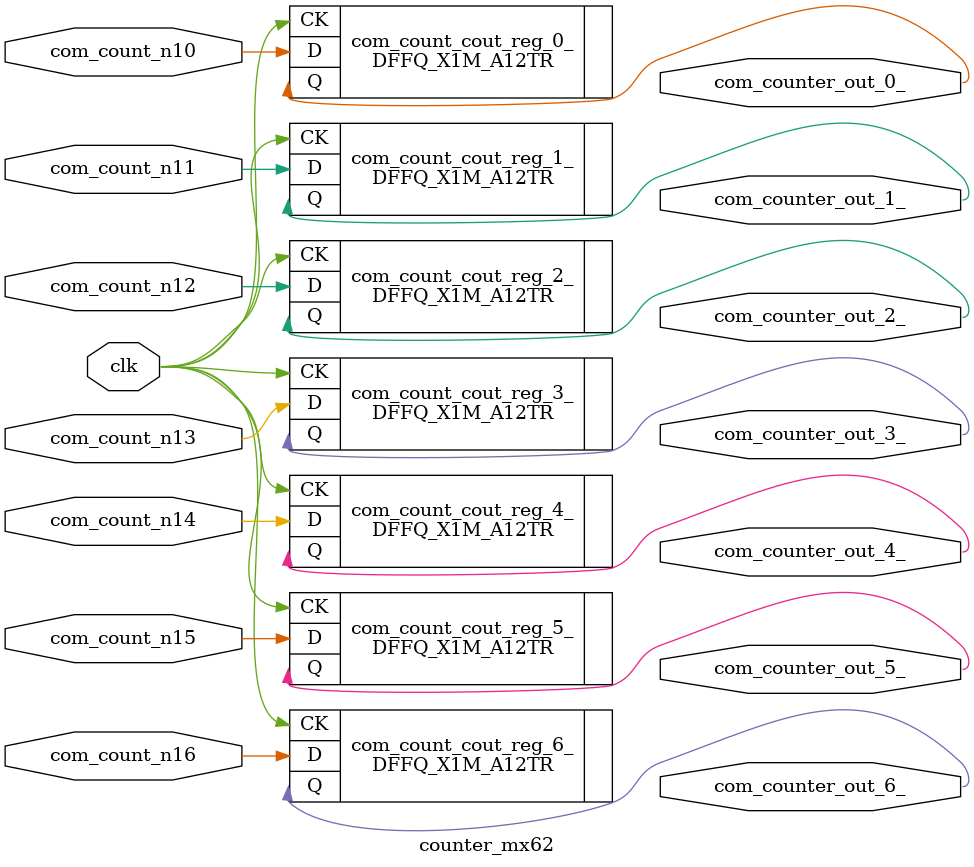
<source format=v>
module mux21_ao22_mx0 
(
  com_counter_out_2_, 
  n306, 
  n353, 
  n354, 
  n387, 
  n388, 
  com_n48,
  com_n58
);
  input com_counter_out_2_;
  input n306;
  input n353;
  input n354;
  input n387;
  input n388;
  output com_n48;
  output com_n58;
  wire n355;
  wire n356;
  wire n389;
  wire n392;

  // moduleNum: x0
  // type: mux21_ao22
  // conflicting modules: 
  // number of bit inputs: 6
  // number of bit outputs: 0
  // number of word inputs: 0
  // number of word outputs: 1
  // number of internal gates: 6
  // number of non-inferred gates: 0
  // ILP vars: 15/17
  // type: INFERRED
  // marked bad? no
  // output word of size 2 : index:4 com_n58 com_n48 
  // group: sel; nodes: [ com_counter_out[2] n306 ]

  NAND2_X0P5A_A12TR U490 (.A(n306), .B(n353), .Y(n356));
  NAND2_X0P5A_A12TR U506 (.A(n356), .B(n355), .Y(com_n48));
  NAND2_X0P5A_A12TR U507 (.A(n354), .B(com_counter_out_2_), .Y(n355));
  NAND2_X0P5A_A12TR U576 (.A(n306), .B(n387), .Y(n392));
  NAND2_X0P5A_A12TR U612 (.A(n392), .B(n389), .Y(com_n58));
  NAND2_X0P5A_A12TR U613 (.A(n388), .B(com_counter_out_2_), .Y(n389));
endmodule
module mux21_ao22_mx1 
(
  n106, 
  n111, 
  n297, 
  n298, 
  n299, 
  n315, 
  n50, 
  n73, 
  main_DFF_0_n4,
  main_DFF_1_n4,
  main_DFF_2_n4
);
  input n106;
  input n111;
  input n297;
  input n298;
  input n299;
  input n315;
  input n50;
  input n73;
  output main_DFF_0_n4;
  output main_DFF_1_n4;
  output main_DFF_2_n4;
  wire n103;
  wire n104;
  wire n107;
  wire n108;
  wire n109;
  wire n110;

  // moduleNum: x1
  // type: mux21_ao22
  // conflicting modules: 
  // number of bit inputs: 8
  // number of bit outputs: 0
  // number of word inputs: 0
  // number of word outputs: 1
  // number of internal gates: 9
  // number of non-inferred gates: 0
  // ILP vars: 28/31
  // type: INFERRED
  // marked bad? no
  // output word of size 3 : index:8 main_DFF_2_n4 main_DFF_1_n4 main_DFF_0_n4 
  // group: sel; nodes: [ n73 n106 ]

  NAND2_X0P5A_A12TR U384 (.A(n103), .B(n104), .Y(main_DFF_2_n4));
  NAND2_X0P5A_A12TR U385 (.A(n106), .B(n297), .Y(n103));
  NAND2_X0P5A_A12TR U386 (.A(n50), .B(n73), .Y(n104));
  NAND2_X0P5A_A12TR U391 (.A(n109), .B(n110), .Y(main_DFF_0_n4));
  NAND2_X0P5A_A12TR U392 (.A(n106), .B(n298), .Y(n109));
  NAND2_X0P5A_A12TR U393 (.A(n111), .B(n73), .Y(n110));
  NAND2_X0P5A_A12TR U395 (.A(n107), .B(n108), .Y(main_DFF_1_n4));
  NAND2_X0P5A_A12TR U396 (.A(n106), .B(n299), .Y(n108));
  NAND2_X0P5A_A12TR U397 (.A(n73), .B(n315), .Y(n107));
endmodule
module mux31_ao222_mx2 
(
  n102, 
  n227, 
  n284, 
  n292, 
  n314, 
  n334, 
  n41, 
  n42, 
  n27,
  n80
);
  input n102;
  input n227;
  input n284;
  input n292;
  input n314;
  input n334;
  input n41;
  input n42;
  output n27;
  output n80;
  wire n101;
  wire n17;
  wire n233;
  wire n234;
  wire n313;
  wire n40;

  // moduleNum: x2
  // type: mux31_ao222
  // conflicting modules: 
  // number of bit inputs: 8
  // number of bit outputs: 0
  // number of word inputs: 0
  // number of word outputs: 1
  // number of internal gates: 8
  // number of non-inferred gates: 0
  // ILP vars: 44/46
  // type: INFERRED
  // marked bad? no
  // output word of size 2 : index:-1 n27 n80 
  // group: sel; nodes: [ n292 n284 n227 ]

  INV_X0P5B_A12TR U281 (.A(n17), .Y(n313));
  NAND2_X0P5A_A12TR U289 (.A(n233), .B(n234), .Y(n17));
  NAND2_X0P5A_A12TR U290 (.A(n227), .B(n314), .Y(n234));
  NAND2_X0P5A_A12TR U291 (.A(n284), .B(n292), .Y(n233));
  NAND2_X0P5A_A12TR U328 (.A(n313), .B(n101), .Y(n80));
  NAND2_X0P5A_A12TR U329 (.A(n102), .B(n334), .Y(n101));
  NAND2_X0P5A_A12TR U446 (.A(n313), .B(n40), .Y(n27));
  NAND2_X0P5A_A12TR U447 (.A(n41), .B(n42), .Y(n40));
endmodule
module mux21i_aoi221_mx3 
(
  n123, 
  n147, 
  n158, 
  n170, 
  n182, 
  n185, 
  n320, 
  n331, 
  n156,
  n181
);
  input n123;
  input n147;
  input n158;
  input n170;
  input n182;
  input n185;
  input n320;
  input n331;
  output n156;
  output n181;
  wire n157;
  wire n168;
  wire n169;
  wire n183;
  wire n184;

  // moduleNum: x3
  // type: mux21i_aoi221
  // conflicting modules: 
  // number of bit inputs: 8
  // number of bit outputs: 0
  // number of word inputs: 0
  // number of word outputs: 1
  // number of internal gates: 7
  // number of non-inferred gates: 0
  // ILP vars: 133/135
  // type: INFERRED
  // marked bad? no
  // output word of size 2 : index:18 n156 n181 
  // group: sel; nodes: [ n185 n147 ]

  NAND2_X0P5A_A12TR U318 (.A(n185), .B(n147), .Y(n169));
  NOR2_X0P5A_A12TR U400 (.A(n157), .B(n158), .Y(n156));
  NAND2_X0P5A_A12TR U511 (.A(n168), .B(n169), .Y(n157));
  NAND2_X0P5A_A12TR U512 (.A(n170), .B(n123), .Y(n168));
  NOR2_X0P5A_A12TR U545 (.A(n182), .B(n183), .Y(n181));
  NAND2_X0P5A_A12TR U546 (.A(n184), .B(n169), .Y(n183));
  NAND2_X0P5A_A12TR U547 (.A(n320), .B(n331), .Y(n184));
endmodule
module mux21i_aoi221_mx4 
(
  n148, 
  n154, 
  n182, 
  n200, 
  n219, 
  n320, 
  n326, 
  n330, 
  n189,
  n198
);
  input n148;
  input n154;
  input n182;
  input n200;
  input n219;
  input n320;
  input n326;
  input n330;
  output n189;
  output n198;
  wire n140;
  wire n194;
  wire n195;
  wire n199;
  wire n218;

  // moduleNum: x4
  // type: mux21i_aoi221
  // conflicting modules: 
  // number of bit inputs: 8
  // number of bit outputs: 0
  // number of word inputs: 0
  // number of word outputs: 1
  // number of internal gates: 7
  // number of non-inferred gates: 0
  // ILP vars: 148/151
  // type: INFERRED
  // marked bad? no
  // output word of size 2 : index:123 n198 n189 
  // group: sel; nodes: [ n330 n219 ]

  NAND2_X0P5A_A12TR U284 (.A(n320), .B(n148), .Y(n218));
  NAND2_X0P5A_A12TR U299 (.A(n194), .B(n195), .Y(n140));
  NAND2_X0P5A_A12TR U300 (.A(n154), .B(n326), .Y(n195));
  NAND2_X0P5A_A12TR U509 (.A(n219), .B(n330), .Y(n194));
  NOR2_X0P5A_A12TR U543 (.A(n140), .B(n182), .Y(n189));
  NOR2_X0P5A_A12TR U549 (.A(n199), .B(n200), .Y(n198));
  NAND2_X0P5A_A12TR U550 (.A(n218), .B(n194), .Y(n199));
endmodule
module reg_mx5 
(
  clk, 
  n46, 
  n47, 
  n51, 
  n55, 
  n66, 
  n297,
  n298,
  n299
);
  input clk;
  input n46;
  input n47;
  input n51;
  input n55;
  input n66;
  output n297;
  output n298;
  output n299;
  wire n280;
  wire n281;
  wire n282;
  wire n44;
  wire n45;
  wire n53;
  wire n54;
  wire n64;
  wire n65;

  // moduleNum: x5
  // type: reg
  // conflicting modules: 
  // number of bit inputs: 6
  // number of bit outputs: 3
  // number of word inputs: 0
  // number of word outputs: 0
  // number of internal gates: 15
  // number of non-inferred gates: 0
  // ILP vars: 170/173
  // type: INFERRED
  // marked bad? no
  // group: aux; nodes: [ clk ]
  // group: sel; nodes: [ n51 n46 ]

  DFFQ_X1M_A12TR main_DFF_1_restored_bit_reg (.CK(clk), .Q(n299), .D(n282));
  DFFQ_X1M_A12TR main_DFF_0_restored_bit_reg (.CK(clk), .Q(n298), .D(n281));
  DFFQ_X1M_A12TR main_DFF_2_restored_bit_reg (.CK(clk), .Q(n297), .D(n280));
  NAND2_X0P5A_A12TR U357 (.A(n53), .B(n54), .Y(n281));
  NAND2_X0P5A_A12TR U358 (.A(n51), .B(n298), .Y(n53));
  NAND2_X0P5A_A12TR U359 (.A(n46), .B(n55), .Y(n54));
  NAND2_X0P5A_A12TR U361 (.A(n64), .B(n65), .Y(n282));
  NAND2_X0P5A_A12TR U362 (.A(n51), .B(n299), .Y(n64));
  NAND2_X0P5A_A12TR U363 (.A(n46), .B(n66), .Y(n65));
  NAND2_X0P5A_A12TR U380 (.A(n44), .B(n45), .Y(n280));
  NAND2_X0P5A_A12TR U381 (.A(n51), .B(n297), .Y(n44));
  NAND2_X0P5A_A12TR U382 (.A(n46), .B(n47), .Y(n45));
endmodule
module reg_mx6 
(
  clk, 
  com_n61, 
  com_n62, 
  n79, 
  n80, 
  com_buffer_lfsr_5_,
  com_buffer_lfsr_6_
);
  input clk;
  input com_n61;
  input com_n62;
  input n79;
  input n80;
  output com_buffer_lfsr_5_;
  output com_buffer_lfsr_6_;
  wire n283;
  wire n286;
  wire n77;
  wire n78;
  wire n97;
  wire n98;

  // moduleNum: x6
  // type: reg
  // conflicting modules: 
  // number of bit inputs: 5
  // number of bit outputs: 2
  // number of word inputs: 0
  // number of word outputs: 0
  // number of internal gates: 10
  // number of non-inferred gates: 0
  // ILP vars: 174/176
  // type: INFERRED
  // marked bad? no
  // group: aux; nodes: [ clk ]
  // group: sel; nodes: [ n80 n79 ]

  DFFQ_X1M_A12TR com_buffer_lfsr_reg_6_ (.CK(clk), .Q(com_buffer_lfsr_6_), .D(n286));
  DFFQ_X1M_A12TR com_buffer_lfsr_reg_5_ (.CK(clk), .Q(com_buffer_lfsr_5_), .D(n283));
  NAND2_X0P5A_A12TR U533 (.A(n97), .B(n98), .Y(n286));
  NAND2_X0P5A_A12TR U534 (.A(n79), .B(com_n62), .Y(n98));
  NAND2_X0P5A_A12TR U535 (.A(n80), .B(com_buffer_lfsr_6_), .Y(n97));
  NAND2_X0P5A_A12TR U555 (.A(n77), .B(n78), .Y(n283));
  NAND2_X0P5A_A12TR U556 (.A(n79), .B(com_n61), .Y(n78));
  NAND2_X0P5A_A12TR U557 (.A(n80), .B(com_buffer_lfsr_5_), .Y(n77));
endmodule
module decoder24_mx7 
(
  com_n52, 
  n301, 
  n382,
  n385
);
  input com_n52;
  input n301;
  output n382;
  output n385;

  // moduleNum: x7
  // type: decoder24
  // conflicting modules: 
  // number of bit inputs: 2
  // number of bit outputs: 2
  // number of word inputs: 0
  // number of word outputs: 0
  // number of internal gates: 2
  // number of non-inferred gates: 0
  // ILP vars: 198/198
  // type: INFERRED
  // marked bad? no
  // group: sel; nodes: [ n301 com_n52 ]

  OR2_X0P5M_A12TR U371 (.A(n301), .B(com_n52), .Y(n382));
  NAND2_X0P5A_A12TR U461 (.A(com_n52), .B(n301), .Y(n385));
endmodule
module decoder24_mx8 
(
  n292, 
  n296, 
  n100,
  n19,
  n227,
  n333,
  n41
);
  input n292;
  input n296;
  output n100;
  output n19;
  output n227;
  output n333;
  output n41;
  wire n274;
  wire n275;

  // moduleNum: x8
  // type: decoder24
  // conflicting modules: 
  // number of bit inputs: 2
  // number of bit outputs: 5
  // number of word inputs: 0
  // number of word outputs: 0
  // number of internal gates: 7
  // number of non-inferred gates: 0
  // ILP vars: 224/230
  // type: INFERRED
  // marked bad? no
  // group: sel; nodes: [ n292 n296 ]

  INV_X0P5B_A12TR U281 (.A(n292), .Y(n274));
  INV_X0P5B_A12TR U281 (.A(n296), .Y(n275));
  NOR2_X0P5A_A12TR U421 (.A(n292), .B(n333), .Y(n19));
  INV_X0P5B_A12TR U424 (.A(n41), .Y(n333));
  NAND2_X0P5A_A12TR U575 (.A(n274), .B(n296), .Y(n100));
  NAND2_X0P5A_A12TR U583 (.A(n274), .B(n275), .Y(n41));
  NOR2_X0P5A_A12TR U584 (.A(n296), .B(n274), .Y(n227));
endmodule
module decoder24_mx9 
(
  n123, 
  n137, 
  n127,
  n191
);
  input n123;
  input n137;
  output n127;
  output n191;
  wire n329;

  // moduleNum: x9
  // type: decoder24
  // conflicting modules: 
  // number of bit inputs: 2
  // number of bit outputs: 2
  // number of word inputs: 0
  // number of word outputs: 0
  // number of internal gates: 3
  // number of non-inferred gates: 0
  // ILP vars: 256/258
  // type: INFERRED
  // marked bad? no
  // group: sel; nodes: [ n123 n137 ]

  INV_X0P5B_A12TR U286 (.A(n123), .Y(n329));
  NAND2_X0P5A_A12TR U298 (.A(n123), .B(n137), .Y(n191));
  NOR2_X0P5A_A12TR U405 (.A(n137), .B(n329), .Y(n127));
endmodule
module decoder24_mx10 
(
  n100, 
  n96, 
  n16,
  n317,
  n94
);
  input n100;
  input n96;
  output n16;
  output n317;
  output n94;
  wire n334;

  // moduleNum: x10
  // type: decoder24
  // conflicting modules: 
  // number of bit inputs: 2
  // number of bit outputs: 3
  // number of word inputs: 0
  // number of word outputs: 0
  // number of internal gates: 4
  // number of non-inferred gates: 0
  // ILP vars: 259/262
  // type: INFERRED
  // marked bad? no
  // group: sel; nodes: [ n96 n100 ]

  NOR2_X0P5A_A12TR U288 (.A(n100), .B(n96), .Y(n16));
  NAND2_X0P5A_A12TR U296 (.A(n334), .B(n96), .Y(n94));
  INV_X0P5B_A12TR U427 (.A(n100), .Y(n334));
  INV_X0P5B_A12TR U518 (.A(n16), .Y(n317));
endmodule
module decoder38_mx11 
(
  n252, 
  n289, 
  n294, 
  n119,
  n123,
  n133,
  n134,
  n147,
  n150,
  n176,
  n188,
  n326,
  n327,
  n328,
  n330,
  n331
);
  input n252;
  input n289;
  input n294;
  output n119;
  output n123;
  output n133;
  output n134;
  output n147;
  output n150;
  output n176;
  output n188;
  output n326;
  output n327;
  output n328;
  output n330;
  output n331;
  wire n120;
  wire n122;
  wire n148;
  wire n180;
  wire n205;
  wire n206;
  wire n207;
  wire n208;
  wire n212;
  wire n220;
  wire n222;
  wire n223;
  wire n253;
  wire n254;
  wire n325;

  // moduleNum: x11
  // type: decoder38
  // conflicting modules: 
  // number of bit inputs: 3
  // number of bit outputs: 13
  // number of word inputs: 0
  // number of word outputs: 0
  // number of internal gates: 28
  // number of non-inferred gates: 0
  // ILP vars: 287/302
  // type: INFERRED
  // marked bad? no
  // group: sel; nodes: [ n294 n252 n289 ]

  INV_X0P5B_A12TR U281 (.A(n294), .Y(n253));
  INV_X0P5B_A12TR U281 (.A(n289), .Y(n254));
  INV_X0P5B_A12TR U287 (.A(n122), .Y(n325));
  NAND2_X0P5A_A12TR U355 (.A(n120), .B(n325), .Y(n119));
  NOR2_X0P5A_A12TR U356 (.A(n123), .B(n328), .Y(n120));
  NOR2_X0P5A_A12TR U419 (.A(n289), .B(n180), .Y(n123));
  NAND2_X0P5A_A12TR U420 (.A(n133), .B(n188), .Y(n148));
  INV_X0P5B_A12TR U422 (.A(n150), .Y(n326));
  INV_X0P5B_A12TR U423 (.A(n134), .Y(n330));
  INV_X0P5B_A12TR U426 (.A(n176), .Y(n328));
  NAND2_X0P5A_A12TR U429 (.A(n205), .B(n206), .Y(n122));
  NOR2_X0P5A_A12TR U430 (.A(n330), .B(n147), .Y(n206));
  NOR2_X0P5A_A12TR U431 (.A(n326), .B(n148), .Y(n205));
  INV_X0P5B_A12TR U432 (.A(n188), .Y(n331));
  INV_X0P5B_A12TR U434 (.A(n133), .Y(n327));
  NAND2_X0P5A_A12TR U579 (.A(n208), .B(n252), .Y(n150));
  NOR2_X0P5A_A12TR U580 (.A(n254), .B(n294), .Y(n208));
  NAND2_X0P5A_A12TR U581 (.A(n223), .B(n252), .Y(n133));
  NOR2_X0P5A_A12TR U582 (.A(n289), .B(n294), .Y(n223));
  NAND2_X0P5A_A12TR U587 (.A(n212), .B(n253), .Y(n176));
  NOR2_X0P5A_A12TR U588 (.A(n252), .B(n254), .Y(n212));
  NAND2_X0P5A_A12TR U592 (.A(n222), .B(n252), .Y(n188));
  NOR2_X0P5A_A12TR U593 (.A(n253), .B(n289), .Y(n222));
  NAND2_X0P5A_A12TR U594 (.A(n220), .B(n253), .Y(n134));
  NOR2_X0P5A_A12TR U595 (.A(n252), .B(n289), .Y(n220));
  OR2_X0P5M_A12TR U596 (.A(n253), .B(n252), .Y(n180));
  AND2_X0P5M_A12TR U597 (.A(n207), .B(n252), .Y(n147));
  NOR2_X0P5A_A12TR U598 (.A(n253), .B(n254), .Y(n207));
endmodule
module decoder416_mx12 
(
  G0, 
  G1, 
  G2, 
  G3, 
  n154,
  n167,
  n185,
  n192,
  n213,
  n219,
  n320
);
  input G0;
  input G1;
  input G2;
  input G3;
  output n154;
  output n167;
  output n185;
  output n192;
  output n213;
  output n219;
  output n320;
  wire n164;
  wire n171;
  wire n193;
  wire n196;
  wire n197;
  wire n214;
  wire n215;
  wire n221;
  wire n224;
  wire n316;
  wire n321;
  wire n322;
  wire n323;

  // moduleNum: x12
  // type: decoder416
  // conflicting modules: 
  // number of bit inputs: 4
  // number of bit outputs: 7
  // number of word inputs: 0
  // number of word outputs: 0
  // number of internal gates: 20
  // number of non-inferred gates: 0
  // ILP vars: 379/387
  // type: INFERRED
  // marked bad? no
  // group: sel; nodes: [ G0 G1 G2 G3 ]

  NOR2_X0P5A_A12TR U315 (.A(n321), .B(n322), .Y(n196));
  NOR2_X0P5A_A12TR U319 (.A(n322), .B(n171), .Y(n185));
  INV_X0P5B_A12TR U350 (.A(n167), .Y(n320));
  INV_X0P5B_A12TR U435 (.A(G0), .Y(n316));
  INV_X0P5B_A12TR U438 (.A(G1), .Y(n321));
  NAND2_X0P5A_A12TR U455 (.A(n193), .B(n316), .Y(n171));
  NOR2_X0P5A_A12TR U456 (.A(G3), .B(G1), .Y(n193));
  INV_X0P5B_A12TR U474 (.A(G2), .Y(n322));
  INV_X0P5B_A12TR U475 (.A(G3), .Y(n323));
  OR2_X0P5M_A12TR U477 (.A(n171), .B(G2), .Y(n192));
  NAND2_X0P5A_A12TR U481 (.A(n221), .B(G1), .Y(n164));
  NOR2_X0P5A_A12TR U482 (.A(G3), .B(G2), .Y(n221));
  NOR2_X0P5A_A12TR U510 (.A(G0), .B(n164), .Y(n219));
  NAND2_X0P5A_A12TR U514 (.A(n196), .B(n224), .Y(n167));
  NOR2_X0P5A_A12TR U515 (.A(G0), .B(n323), .Y(n224));
  NAND2_X0P5A_A12TR U520 (.A(n214), .B(n215), .Y(n213));
  NOR2_X0P5A_A12TR U521 (.A(G2), .B(G0), .Y(n215));
  NOR2_X0P5A_A12TR U522 (.A(n323), .B(n321), .Y(n214));
  AND2_X0P5M_A12TR U531 (.A(n196), .B(n197), .Y(n154));
  NOR2_X0P5A_A12TR U532 (.A(G3), .B(G0), .Y(n197));
endmodule
module eqCmp2_mx13 
(
  com_buffer_lfsr_4_, 
  com_buffer_lfsr_5_, 
  com_counter_out_4_, 
  com_counter_out_5_, 
  n350
);
  input com_buffer_lfsr_4_;
  input com_buffer_lfsr_5_;
  input com_counter_out_4_;
  input com_counter_out_5_;
  output n350;
  wire n347;
  wire n348;

  // moduleNum: x13
  // type: eqCmp2
  // conflicting modules: 
  // number of bit inputs: 4
  // number of bit outputs: 1
  // number of word inputs: 0
  // number of word outputs: 0
  // number of internal gates: 3
  // number of non-inferred gates: 0
  // ILP vars: 462/462
  // type: INFERRED
  // marked bad? no

  NOR2_X0P5A_A12TR U604 (.A(n348), .B(n347), .Y(n350));
  XOR2_X0P5M_A12TR U605 (.A(com_buffer_lfsr_4_), .B(com_counter_out_4_), .Y(n348));
  XOR2_X0P5M_A12TR U606 (.A(com_buffer_lfsr_5_), .B(com_counter_out_5_), .Y(n347));
endmodule
module and2gate_mx14 
(
  G0, 
  n59, 
  n93, 
  n319,
  n58
);
  input G0;
  input n59;
  input n93;
  output n319;
  output n58;
  wire n132;

  // moduleNum: x14
  // type: and2gate
  // conflicting modules: 
  // number of bit inputs: 3
  // number of bit outputs: 0
  // number of word inputs: 0
  // number of word outputs: 1
  // number of internal gates: 3
  // number of non-inferred gates: 0
  // ILP vars: 464/468
  // type: INFERRED
  // marked bad? no
  // output word of size 2 : index:124 n319 n58 
  // group: sel; nodes: [ G0 ]

  INV_X0P5B_A12TR U302 (.A(n132), .Y(n319));
  NAND2_X0P5A_A12TR U451 (.A(G0), .B(n93), .Y(n132));
  AND2_X0P5M_A12TR U505 (.A(n59), .B(G0), .Y(n58));
endmodule
module and2gate_mx15 
(
  com_count_n5, 
  com_count_n7, 
  com_count_n9, 
  n251, 
  com_count_n12,
  com_count_n14,
  com_count_n16
);
  input com_count_n5;
  input com_count_n7;
  input com_count_n9;
  input n251;
  output com_count_n12;
  output com_count_n14;
  output com_count_n16;

  // moduleNum: x15
  // type: and2gate
  // conflicting modules: 
  // number of bit inputs: 4
  // number of bit outputs: 0
  // number of word inputs: 0
  // number of word outputs: 1
  // number of internal gates: 3
  // number of non-inferred gates: 0
  // ILP vars: 483/487
  // type: INFERRED
  // marked bad? no
  // output word of size 3 : index:125 com_count_n12 com_count_n14 com_count_n16 
  // group: sel; nodes: [ n251 ]

  AND2_X0P5M_A12TR U619 (.A(n251), .B(com_count_n9), .Y(com_count_n16));
  AND2_X0P5M_A12TR U622 (.A(com_count_n5), .B(n251), .Y(com_count_n12));
  AND2_X0P5M_A12TR U625 (.A(com_count_n7), .B(n251), .Y(com_count_n14));
endmodule
module and2gate_mx16 
(
  com_buffer_lfsr_0_, 
  n16, 
  n290, 
  n340,
  n84
);
  input com_buffer_lfsr_0_;
  input n16;
  input n290;
  output n340;
  output n84;

  // moduleNum: x16
  // type: and2gate
  // conflicting modules: 
  // number of bit inputs: 3
  // number of bit outputs: 0
  // number of word inputs: 0
  // number of word outputs: 1
  // number of internal gates: 2
  // number of non-inferred gates: 0
  // ILP vars: 491/494
  // type: INFERRED
  // marked bad? no
  // output word of size 2 : index:126 n340 n84 
  // group: sel; nodes: [ n290 ]

  AND2_X0P5M_A12TR U344 (.A(n290), .B(n16), .Y(n84));
  AND2_X0P5M_A12TR U516 (.A(com_buffer_lfsr_0_), .B(n290), .Y(n340));
endmodule
module and2gate_mx17 
(
  com_counter_out_0_, 
  com_counter_out_1_, 
  n354,
  n388
);
  input com_counter_out_0_;
  input com_counter_out_1_;
  output n354;
  output n388;

  // moduleNum: x17
  // type: and2gate
  // conflicting modules: 
  // number of bit inputs: 2
  // number of bit outputs: 0
  // number of word inputs: 0
  // number of word outputs: 1
  // number of internal gates: 2
  // number of non-inferred gates: 0
  // ILP vars: 495/497
  // type: INFERRED
  // marked bad? no
  // output word of size 2 : index:-1 n388 n354 
  // group: sel; nodes: [ com_counter_out[1] ]

  AND2_X0P5M_A12TR U508 (.A(com_counter_out_0_), .B(com_counter_out_1_), .Y(n354));
  AND2_X0P5M_A12TR U614 (.A(com_counter_out_0_), .B(com_counter_out_1_), .Y(n388));
endmodule
module and2gate_mx18 
(
  com_n57, 
  com_n58, 
  com_n59, 
  com_n60, 
  n16, 
  n15,
  n26,
  n33,
  n38
);
  input com_n57;
  input com_n58;
  input com_n59;
  input com_n60;
  input n16;
  output n15;
  output n26;
  output n33;
  output n38;

  // moduleNum: x18
  // type: and2gate
  // conflicting modules: 
  // number of bit inputs: 5
  // number of bit outputs: 0
  // number of word inputs: 0
  // number of word outputs: 1
  // number of internal gates: 4
  // number of non-inferred gates: 0
  // ILP vars: 498/503
  // type: INFERRED
  // marked bad? no
  // output word of size 4 : index:127 n33 n38 n15 n26 
  // group: sel; nodes: [ n16 ]

  AND2_X0P5M_A12TR U340 (.A(com_n58), .B(n16), .Y(n15));
  AND2_X0P5M_A12TR U409 (.A(com_n57), .B(n16), .Y(n26));
  AND2_X0P5M_A12TR U413 (.A(com_n59), .B(n16), .Y(n33));
  AND2_X0P5M_A12TR U417 (.A(com_n60), .B(n16), .Y(n38));
endmodule
module and2gate_mx19 
(
  G0, 
  n117, 
  n332, 
  n106,
  n318
);
  input G0;
  input n117;
  input n332;
  output n106;
  output n318;
  wire n153;

  // moduleNum: x19
  // type: and2gate
  // conflicting modules: 
  // number of bit inputs: 3
  // number of bit outputs: 0
  // number of word inputs: 0
  // number of word outputs: 1
  // number of internal gates: 3
  // number of non-inferred gates: 0
  // ILP vars: 507/509
  // type: INFERRED
  // marked bad? no
  // output word of size 2 : index:32 n106 n318 
  // group: sel; nodes: [ n332 ]

  NAND2_X0P5A_A12TR U479 (.A(n332), .B(G0), .Y(n153));
  INV_X0P5B_A12TR U500 (.A(n153), .Y(n318));
  AND2_X0P5M_A12TR U523 (.A(n117), .B(n332), .Y(n106));
endmodule
module and2gate_mx20 
(
  n112, 
  n178, 
  n314, 
  n91, 
  n96, 
  n102,
  n311,
  n312,
  n73
);
  input n112;
  input n178;
  input n314;
  input n91;
  input n96;
  output n102;
  output n311;
  output n312;
  output n73;
  wire n139;
  wire n29;

  // moduleNum: x20
  // type: and2gate
  // conflicting modules: 
  // number of bit inputs: 5
  // number of bit outputs: 0
  // number of word inputs: 0
  // number of word outputs: 1
  // number of internal gates: 6
  // number of non-inferred gates: 0
  // ILP vars: 510/514
  // type: INFERRED
  // marked bad? no
  // output word of size 4 : index:33 n73 n311 n312 n102 
  // group: sel; nodes: [ n314 ]

  NAND2_X0P5A_A12TR U292 (.A(n314), .B(n91), .Y(n29));
  AND2_X0P5M_A12TR U330 (.A(n314), .B(n96), .Y(n102));
  AND2_X0P5M_A12TR U331 (.A(n314), .B(n112), .Y(n73));
  INV_X0P5B_A12TR U388 (.A(n139), .Y(n312));
  NAND2_X0P5A_A12TR U452 (.A(n314), .B(n178), .Y(n139));
  INV_X0P5B_A12TR U464 (.A(n29), .Y(n311));
endmodule
module or2gate_mx21 
(
  n255, 
  n257, 
  n259, 
  n261, 
  reset, 
  n243,
  n245,
  n247,
  n249
);
  input n255;
  input n257;
  input n259;
  input n261;
  input reset;
  output n243;
  output n245;
  output n247;
  output n249;

  // moduleNum: x21
  // type: or2gate
  // conflicting modules: 
  // number of bit inputs: 5
  // number of bit outputs: 0
  // number of word inputs: 0
  // number of word outputs: 1
  // number of internal gates: 4
  // number of non-inferred gates: 0
  // ILP vars: 515/519
  // type: INFERRED
  // marked bad? no
  // output word of size 4 : index:34 n245 n247 n249 n243 
  // group: sel; nodes: [ reset ]

  OR2_X0P5M_A12TR U565 (.A(n257), .B(reset), .Y(n249));
  OR2_X0P5M_A12TR U568 (.A(n255), .B(reset), .Y(n247));
  OR2_X0P5M_A12TR U571 (.A(n259), .B(reset), .Y(n245));
  OR2_X0P5M_A12TR U574 (.A(n261), .B(reset), .Y(n243));
endmodule
module or2gate_mx22 
(
  n19, 
  n255, 
  n270, 
  n18,
  n85
);
  input n19;
  input n255;
  input n270;
  output n18;
  output n85;

  // moduleNum: x22
  // type: or2gate
  // conflicting modules: 
  // number of bit inputs: 3
  // number of bit outputs: 0
  // number of word inputs: 0
  // number of word outputs: 1
  // number of internal gates: 2
  // number of non-inferred gates: 0
  // ILP vars: 523/525
  // type: INFERRED
  // marked bad? no
  // output word of size 2 : index:36 n85 n18 
  // group: sel; nodes: [ n19 ]

  OR2_X0P5M_A12TR U484 (.A(n19), .B(n255), .Y(n18));
  OR2_X0P5M_A12TR U486 (.A(n19), .B(n270), .Y(n85));
endmodule
module nand2gate_mx23 
(
  lfsr_seed_0_, 
  lfsr_seed_1_, 
  lfsr_seed_2_, 
  lfsr_seed_3_, 
  lfsr_seed_4_, 
  reset, 
  n240,
  n244,
  n246,
  n248,
  n250
);
  input lfsr_seed_0_;
  input lfsr_seed_1_;
  input lfsr_seed_2_;
  input lfsr_seed_3_;
  input lfsr_seed_4_;
  input reset;
  output n240;
  output n244;
  output n246;
  output n248;
  output n250;

  // moduleNum: x23
  // type: nand2gate
  // conflicting modules: 
  // number of bit inputs: 6
  // number of bit outputs: 0
  // number of word inputs: 0
  // number of word outputs: 1
  // number of internal gates: 5
  // number of non-inferred gates: 0
  // ILP vars: 526/526
  // type: INFERRED
  // marked bad? no
  // output word of size 5 : index:37 n244 n246 n248 n250 n240 
  // group: sel; nodes: [ reset ]

  NAND2_X0P5A_A12TR U528 (.A(reset), .B(lfsr_seed_4_), .Y(n240));
  NAND2_X0P5A_A12TR U564 (.A(lfsr_seed_0_), .B(reset), .Y(n250));
  NAND2_X0P5A_A12TR U567 (.A(lfsr_seed_1_), .B(reset), .Y(n248));
  NAND2_X0P5A_A12TR U570 (.A(lfsr_seed_2_), .B(reset), .Y(n246));
  NAND2_X0P5A_A12TR U573 (.A(lfsr_seed_3_), .B(reset), .Y(n244));
endmodule
module nand2gate_mx24 
(
  com_counter_out_5_, 
  com_counter_out_6_, 
  n357, 
  n358,
  n361
);
  input com_counter_out_5_;
  input com_counter_out_6_;
  input n357;
  output n358;
  output n361;

  // moduleNum: x24
  // type: nand2gate
  // conflicting modules: 
  // number of bit inputs: 3
  // number of bit outputs: 0
  // number of word inputs: 0
  // number of word outputs: 1
  // number of internal gates: 2
  // number of non-inferred gates: 0
  // ILP vars: 531/534
  // type: INFERRED
  // marked bad? no
  // output word of size 2 : index:128 n361 n358 
  // group: sel; nodes: [ com_counter_out[5] ]

  NAND2_X0P5A_A12TR U450 (.A(n357), .B(com_counter_out_5_), .Y(n358));
  NAND2_X0P5A_A12TR U616 (.A(com_counter_out_6_), .B(com_counter_out_5_), .Y(n361));
endmodule
module nand2gate_mx25 
(
  n288, 
  n293, 
  n332, 
  n112,
  n67
);
  input n288;
  input n293;
  input n332;
  output n112;
  output n67;

  // moduleNum: x25
  // type: nand2gate
  // conflicting modules: 
  // number of bit inputs: 3
  // number of bit outputs: 0
  // number of word inputs: 0
  // number of word outputs: 1
  // number of internal gates: 2
  // number of non-inferred gates: 0
  // ILP vars: 538/540
  // type: INFERRED
  // marked bad? no
  // output word of size 2 : index:41 n67 n112 
  // group: sel; nodes: [ n293 ]

  NAND2_X0P5A_A12TR U332 (.A(n332), .B(n293), .Y(n112));
  NAND2_X0P5A_A12TR U433 (.A(n293), .B(n288), .Y(n67));
endmodule
module nand2gate_mx26 
(
  n268, 
  n315, 
  n50, 
  n58, 
  n49,
  n57,
  n68
);
  input n268;
  input n315;
  input n50;
  input n58;
  output n49;
  output n57;
  output n68;

  // moduleNum: x26
  // type: nand2gate
  // conflicting modules: 
  // number of bit inputs: 4
  // number of bit outputs: 0
  // number of word inputs: 0
  // number of word outputs: 1
  // number of internal gates: 3
  // number of non-inferred gates: 0
  // ILP vars: 541/544
  // type: INFERRED
  // marked bad? no
  // output word of size 3 : index:42 n49 n57 n68 
  // group: sel; nodes: [ n268 ]

  NAND2_X0P5A_A12TR U473 (.A(n268), .B(n315), .Y(n68));
  NAND2_X0P5A_A12TR U503 (.A(n50), .B(n268), .Y(n49));
  NAND2_X0P5A_A12TR U504 (.A(n58), .B(n268), .Y(n57));
endmodule
module nand2gate_mx27 
(
  com_counter_out_4_, 
  n392, 
  n399, 
  n394,
  n400
);
  input com_counter_out_4_;
  input n392;
  input n399;
  output n394;
  output n400;

  // moduleNum: x27
  // type: nand2gate
  // conflicting modules: 
  // number of bit inputs: 3
  // number of bit outputs: 0
  // number of word inputs: 0
  // number of word outputs: 1
  // number of internal gates: 2
  // number of non-inferred gates: 0
  // ILP vars: 564/566
  // type: INFERRED
  // marked bad? no
  // output word of size 2 : index:49 n394 n400 
  // group: sel; nodes: [ com_counter_out[4] ]

  NAND2_X0P5A_A12TR U585 (.A(n399), .B(com_counter_out_4_), .Y(n400));
  NAND2_X0P5A_A12TR U601 (.A(com_counter_out_4_), .B(n392), .Y(n394));
endmodule
module nand2gate_mx28 
(
  com_counter_out_3_, 
  com_counter_out_5_, 
  n356, 
  n392, 
  n398, 
  n359,
  n390,
  n393,
  n397
);
  input com_counter_out_3_;
  input com_counter_out_5_;
  input n356;
  input n392;
  input n398;
  output n359;
  output n390;
  output n393;
  output n397;

  // moduleNum: x28
  // type: nand2gate
  // conflicting modules: 
  // number of bit inputs: 5
  // number of bit outputs: 0
  // number of word inputs: 0
  // number of word outputs: 1
  // number of internal gates: 4
  // number of non-inferred gates: 0
  // ILP vars: 573/577
  // type: INFERRED
  // marked bad? no
  // output word of size 4 : index:52 n393 n359 n390 n397 
  // group: sel; nodes: [ com_counter_out[3] ]

  NAND2_X0P5A_A12TR U458 (.A(com_counter_out_3_), .B(n356), .Y(n359));
  NAND2_X0P5A_A12TR U590 (.A(com_counter_out_3_), .B(n392), .Y(n390));
  NAND2_X0P5A_A12TR U600 (.A(com_counter_out_3_), .B(com_counter_out_5_), .Y(n393));
  NAND2_X0P5A_A12TR U627 (.A(com_counter_out_3_), .B(n398), .Y(n397));
endmodule
module nand2gate_mx29 
(
  com_counter_out_0_, 
  com_counter_out_1_, 
  n305,
  n353,
  n387,
  n396
);
  input com_counter_out_0_;
  input com_counter_out_1_;
  output n305;
  output n353;
  output n387;
  output n396;

  // moduleNum: x29
  // type: nand2gate
  // conflicting modules: 
  // number of bit inputs: 2
  // number of bit outputs: 0
  // number of word inputs: 0
  // number of word outputs: 1
  // number of internal gates: 4
  // number of non-inferred gates: 0
  // ILP vars: 583/587
  // type: INFERRED
  // marked bad? no
  // output word of size 4 : index:-1 n396 n387 n305 n353 
  // group: sel; nodes: [ com_counter_out[1] ]

  NAND2_X0P5A_A12TR U491 (.A(com_counter_out_1_), .B(com_counter_out_0_), .Y(n353));
  NAND2_X0P5A_A12TR U577 (.A(com_counter_out_1_), .B(com_counter_out_0_), .Y(n387));
  NAND2_X0P5A_A12TR U611 (.A(com_counter_out_0_), .B(com_counter_out_1_), .Y(n305));
  NAND2_X0P5A_A12TR U624 (.A(com_counter_out_1_), .B(com_counter_out_0_), .Y(n396));
endmodule
module nand2gate_mx30 
(
  n122, 
  n123, 
  n319, 
  n201,
  n204
);
  input n122;
  input n123;
  input n319;
  output n201;
  output n204;

  // moduleNum: x30
  // type: nand2gate
  // conflicting modules: 
  // number of bit inputs: 3
  // number of bit outputs: 0
  // number of word inputs: 0
  // number of word outputs: 1
  // number of internal gates: 2
  // number of non-inferred gates: 0
  // ILP vars: 599/601
  // type: INFERRED
  // marked bad? no
  // output word of size 2 : index:57 n201 n204 
  // group: sel; nodes: [ n319 ]

  NAND2_X0P5A_A12TR U285 (.A(n319), .B(n123), .Y(n201));
  NAND2_X0P5A_A12TR U375 (.A(n319), .B(n122), .Y(n204));
endmodule
module nand2gate_mx31 
(
  n136, 
  n327, 
  n331, 
  n129,
  n159
);
  input n136;
  input n327;
  input n331;
  output n129;
  output n159;

  // moduleNum: x31
  // type: nand2gate
  // conflicting modules: 
  // number of bit inputs: 3
  // number of bit outputs: 0
  // number of word inputs: 0
  // number of word outputs: 1
  // number of internal gates: 2
  // number of non-inferred gates: 0
  // ILP vars: 602/604
  // type: INFERRED
  // marked bad? no
  // output word of size 2 : index:58 n159 n129 
  // group: sel; nodes: [ n136 ]

  NAND2_X0P5A_A12TR U322 (.A(n327), .B(n136), .Y(n159));
  NAND2_X0P5A_A12TR U326 (.A(n331), .B(n136), .Y(n129));
endmodule
module nand2gate_mx32 
(
  n289, 
  n324, 
  n332, 
  n217,
  n74
);
  input n289;
  input n324;
  input n332;
  output n217;
  output n74;

  // moduleNum: x32
  // type: nand2gate
  // conflicting modules: 
  // number of bit inputs: 3
  // number of bit outputs: 0
  // number of word inputs: 0
  // number of word outputs: 1
  // number of internal gates: 2
  // number of non-inferred gates: 0
  // ILP vars: 615/617
  // type: INFERRED
  // marked bad? no
  // output word of size 2 : index:61 n74 n217 
  // group: sel; nodes: [ n324 ]

  NAND2_X0P5A_A12TR U283 (.A(n332), .B(n324), .Y(n74));
  NAND2_X0P5A_A12TR U304 (.A(n324), .B(n289), .Y(n217));
endmodule
module nand2gate_mx33 
(
  n190, 
  n191, 
  n201, 
  n182,
  n200
);
  input n190;
  input n191;
  input n201;
  output n182;
  output n200;

  // moduleNum: x33
  // type: nand2gate
  // conflicting modules: 
  // number of bit inputs: 3
  // number of bit outputs: 0
  // number of word inputs: 0
  // number of word outputs: 1
  // number of internal gates: 2
  // number of non-inferred gates: 0
  // ILP vars: 621/621
  // type: INFERRED
  // marked bad? no
  // output word of size 2 : index:63 n182 n200 
  // group: sel; nodes: [ n190 ]

  NAND2_X0P5A_A12TR U297 (.A(n190), .B(n191), .Y(n182));
  NAND2_X0P5A_A12TR U551 (.A(n190), .B(n201), .Y(n200));
endmodule
module nand2gate_mx34 
(
  n164, 
  n167, 
  n288, 
  n316, 
  n114,
  n163,
  n166
);
  input n164;
  input n167;
  input n288;
  input n316;
  output n114;
  output n163;
  output n166;

  // moduleNum: x34
  // type: nand2gate
  // conflicting modules: 
  // number of bit inputs: 4
  // number of bit outputs: 0
  // number of word inputs: 0
  // number of word outputs: 1
  // number of internal gates: 3
  // number of non-inferred gates: 0
  // ILP vars: 642/646
  // type: INFERRED
  // marked bad? no
  // output word of size 3 : index:129 n114 n163 n166 
  // group: sel; nodes: [ n316 ]

  NAND2_X0P5A_A12TR U317 (.A(n167), .B(n316), .Y(n166));
  NAND2_X0P5A_A12TR U352 (.A(n164), .B(n316), .Y(n163));
  NAND2_X0P5A_A12TR U442 (.A(n288), .B(n316), .Y(n114));
endmodule
module nand2gate_mx35 
(
  n131, 
  n132, 
  n192, 
  n326, 
  n130,
  n137,
  n173
);
  input n131;
  input n132;
  input n192;
  input n326;
  output n130;
  output n137;
  output n173;

  // moduleNum: x35
  // type: nand2gate
  // conflicting modules: 
  // number of bit inputs: 4
  // number of bit outputs: 0
  // number of word inputs: 0
  // number of word outputs: 1
  // number of internal gates: 3
  // number of non-inferred gates: 0
  // ILP vars: 653/656
  // type: INFERRED
  // marked bad? no
  // output word of size 3 : index:72 n137 n130 n173 
  // group: sel; nodes: [ n132 ]

  NAND2_X0P5A_A12TR U325 (.A(n131), .B(n132), .Y(n130));
  NAND2_X0P5A_A12TR U351 (.A(n326), .B(n132), .Y(n173));
  NAND2_X0P5A_A12TR U476 (.A(n132), .B(n192), .Y(n137));
endmodule
module nand2gate_mx36 
(
  n153, 
  n163, 
  n166, 
  n136,
  n162
);
  input n153;
  input n163;
  input n166;
  output n136;
  output n162;

  // moduleNum: x36
  // type: nand2gate
  // conflicting modules: 
  // number of bit inputs: 3
  // number of bit outputs: 0
  // number of word inputs: 0
  // number of word outputs: 1
  // number of internal gates: 2
  // number of non-inferred gates: 0
  // ILP vars: 661/663
  // type: INFERRED
  // marked bad? no
  // output word of size 2 : index:-1 n136 n162 
  // group: sel; nodes: [ n153 ]

  NAND2_X0P5A_A12TR U316 (.A(n153), .B(n166), .Y(n136));
  NAND2_X0P5A_A12TR U323 (.A(n153), .B(n163), .Y(n162));
endmodule
module nand2gate_mx37 
(
  n100, 
  n333, 
  n93, 
  n237,
  n91
);
  input n100;
  input n333;
  input n93;
  output n237;
  output n91;

  // moduleNum: x37
  // type: nand2gate
  // conflicting modules: 
  // number of bit inputs: 3
  // number of bit outputs: 0
  // number of word inputs: 0
  // number of word outputs: 1
  // number of internal gates: 2
  // number of non-inferred gates: 0
  // ILP vars: 690/693
  // type: INFERRED
  // marked bad? no
  // output word of size 2 : index:130 n237 n91 
  // group: sel; nodes: [ n93 ]

  NAND2_X0P5A_A12TR U293 (.A(n333), .B(n93), .Y(n91));
  NAND2_X0P5A_A12TR U541 (.A(n100), .B(n93), .Y(n237));
endmodule
module nor2gate_mx38 
(
  n181, 
  n189, 
  n198, 
  n227, 
  n236, 
  n268, 
  n317, 
  n51, 
  reset, 
  com_n17,
  fsm0_n18,
  fsm0_n19,
  fsm0_n20,
  n117,
  n226,
  n46,
  n79
);
  input n181;
  input n189;
  input n198;
  input n227;
  input n236;
  input n268;
  input n317;
  input n51;
  input reset;
  output com_n17;
  output fsm0_n18;
  output fsm0_n19;
  output fsm0_n20;
  output n117;
  output n226;
  output n46;
  output n79;

  // moduleNum: x38
  // type: nor2gate
  // conflicting modules: 
  // number of bit inputs: 9
  // number of bit outputs: 0
  // number of word inputs: 0
  // number of word outputs: 1
  // number of internal gates: 8
  // number of non-inferred gates: 0
  // ILP vars: 694/703
  // type: INFERRED
  // marked bad? no
  // output word of size 8 : index:131 n117 n226 com_n17 n46 fsm0_n19 fsm0_n18 fsm0_n20 n79 
  // group: sel; nodes: [ reset ]

  NOR2_X0P5A_A12TR U472 (.A(n51), .B(reset), .Y(n46));
  NOR2_X0P5A_A12TR U517 (.A(reset), .B(n317), .Y(n79));
  NOR2_X0P5A_A12TR U524 (.A(reset), .B(n268), .Y(n117));
  NOR2_X0P5A_A12TR U539 (.A(reset), .B(n236), .Y(com_n17));
  NOR2_X0P5A_A12TR U542 (.A(reset), .B(n189), .Y(fsm0_n19));
  NOR2_X0P5A_A12TR U544 (.A(reset), .B(n181), .Y(fsm0_n20));
  NOR2_X0P5A_A12TR U548 (.A(reset), .B(n198), .Y(fsm0_n18));
  NOR2_X0P5A_A12TR U560 (.A(reset), .B(n227), .Y(n226));
endmodule
module nor2gate_mx39 
(
  G2, 
  n105, 
  n171, 
  n170,
  n50
);
  input G2;
  input n105;
  input n171;
  output n170;
  output n50;

  // moduleNum: x39
  // type: nor2gate
  // conflicting modules: 
  // number of bit inputs: 3
  // number of bit outputs: 0
  // number of word inputs: 0
  // number of word outputs: 1
  // number of internal gates: 2
  // number of non-inferred gates: 0
  // ILP vars: 712/716
  // type: INFERRED
  // marked bad? no
  // output word of size 2 : index:132 n170 n50 
  // group: sel; nodes: [ G2 ]

  NOR2_X0P5A_A12TR U502 (.A(G2), .B(n105), .Y(n50));
  NOR2_X0P5A_A12TR U513 (.A(G2), .B(n171), .Y(n170));
endmodule
module nor2gate_mx40 
(
  com_buffer_lfsr_0_, 
  com_counter_out_0_, 
  n290, 
  n337,
  n363
);
  input com_buffer_lfsr_0_;
  input com_counter_out_0_;
  input n290;
  output n337;
  output n363;

  // moduleNum: x40
  // type: nor2gate
  // conflicting modules: 
  // number of bit inputs: 3
  // number of bit outputs: 0
  // number of word inputs: 0
  // number of word outputs: 1
  // number of internal gates: 2
  // number of non-inferred gates: 0
  // ILP vars: 721/723
  // type: INFERRED
  // marked bad? no
  // output word of size 2 : index:85 n363 n337 
  // group: sel; nodes: [ com_buffer_lfsr[0] ]

  NOR2_X0P5A_A12TR U457 (.A(n290), .B(com_buffer_lfsr_0_), .Y(n337));
  NOR2_X0P5A_A12TR U467 (.A(com_counter_out_0_), .B(com_buffer_lfsr_0_), .Y(n363));
endmodule
module nor2gate_mx41 
(
  com_counter_out_0_, 
  n307, 
  n308, 
  n309, 
  n310, 
  com_count_n10,
  com_count_n11,
  com_count_n13,
  com_count_n15
);
  input com_counter_out_0_;
  input n307;
  input n308;
  input n309;
  input n310;
  output com_count_n10;
  output com_count_n11;
  output com_count_n13;
  output com_count_n15;
  wire n251;
  wire n290;

  // moduleNum: x41
  // type: nor2gate
  // conflicting modules: 
  // number of bit inputs: 5
  // number of bit outputs: 0
  // number of word inputs: 0
  // number of word outputs: 1
  // number of internal gates: 6
  // number of non-inferred gates: 0
  // ILP vars: 761/765
  // type: INFERRED
  // marked bad? no
  // output word of size 4 : index:96 com_count_n10 com_count_n11 com_count_n13 com_count_n15 
  // group: sel; nodes: [ n310 ]

  INV_X0P5B_A12TR U281 (.A(n310), .Y(n251));
  INV_X0P5B_A12TR U281 (.A(com_counter_out_0_), .Y(n290));
  NOR2_X0P5A_A12TR U628 (.A(n307), .B(n310), .Y(com_count_n15));
  AND2_X0P5M_A12TR U630 (.A(n290), .B(n251), .Y(com_count_n10));
  NOR2_X0P5A_A12TR U631 (.A(n308), .B(n310), .Y(com_count_n11));
  NOR2_X0P5A_A12TR U633 (.A(n309), .B(n310), .Y(com_count_n13));
endmodule
module nor2gate_mx42 
(
  n291, 
  n359, 
  n390, 
  n357,
  n391
);
  input n291;
  input n359;
  input n390;
  output n357;
  output n391;

  // moduleNum: x42
  // type: nor2gate
  // conflicting modules: 
  // number of bit inputs: 3
  // number of bit outputs: 0
  // number of word inputs: 0
  // number of word outputs: 1
  // number of internal gates: 2
  // number of non-inferred gates: 0
  // ILP vars: 766/766
  // type: INFERRED
  // marked bad? no
  // output word of size 2 : index:97 n357 n391 
  // group: sel; nodes: [ n291 ]

  NOR2_X0P5A_A12TR U303 (.A(n291), .B(n359), .Y(n357));
  NOR2_X0P5A_A12TR U428 (.A(n291), .B(n390), .Y(n391));
endmodule
module nor2gate_mx43 
(
  n17, 
  n18, 
  n274, 
  n85, 
  n14,
  n83,
  n89
);
  input n17;
  input n18;
  input n274;
  input n85;
  output n14;
  output n83;
  output n89;

  // moduleNum: x43
  // type: nor2gate
  // conflicting modules: 
  // number of bit inputs: 4
  // number of bit outputs: 0
  // number of word inputs: 0
  // number of word outputs: 1
  // number of internal gates: 3
  // number of non-inferred gates: 0
  // ILP vars: 770/773
  // type: INFERRED
  // marked bad? no
  // output word of size 3 : index:-1 n89 n14 n83 
  // group: sel; nodes: [ n17 ]

  NOR2_X0P5A_A12TR U466 (.A(n274), .B(n17), .Y(n89));
  NOR2_X0P5A_A12TR U483 (.A(n17), .B(n18), .Y(n14));
  NOR2_X0P5A_A12TR U485 (.A(n17), .B(n85), .Y(n83));
endmodule
module nor2gate_mx44 
(
  n28, 
  n29, 
  n34, 
  n43, 
  n23,
  n30,
  n35
);
  input n28;
  input n29;
  input n34;
  input n43;
  output n23;
  output n30;
  output n35;

  // moduleNum: x44
  // type: nor2gate
  // conflicting modules: 
  // number of bit inputs: 4
  // number of bit outputs: 0
  // number of word inputs: 0
  // number of word outputs: 1
  // number of internal gates: 3
  // number of non-inferred gates: 0
  // ILP vars: 774/774
  // type: INFERRED
  // marked bad? no
  // output word of size 3 : index:99 n30 n23 n35 
  // group: sel; nodes: [ n29 ]

  NOR2_X0P5A_A12TR U408 (.A(n28), .B(n29), .Y(n23));
  NOR2_X0P5A_A12TR U412 (.A(n34), .B(n29), .Y(n30));
  NOR2_X0P5A_A12TR U416 (.A(n43), .B(n29), .Y(n35));
endmodule
module nor2gate_mx45 
(
  n22, 
  n256, 
  n258, 
  n260, 
  n262, 
  n271, 
  n20,
  n28,
  n34,
  n43,
  n86
);
  input n22;
  input n256;
  input n258;
  input n260;
  input n262;
  input n271;
  output n20;
  output n28;
  output n34;
  output n43;
  output n86;

  // moduleNum: x45
  // type: nor2gate
  // conflicting modules: 
  // number of bit inputs: 6
  // number of bit outputs: 0
  // number of word inputs: 0
  // number of word outputs: 1
  // number of internal gates: 5
  // number of non-inferred gates: 0
  // ILP vars: 775/780
  // type: INFERRED
  // marked bad? no
  // output word of size 5 : index:100 n43 n34 n28 n86 n20 
  // group: sel; nodes: [ n22 ]

  NOR2_X0P5A_A12TR U492 (.A(n256), .B(n22), .Y(n20));
  NOR2_X0P5A_A12TR U493 (.A(n258), .B(n22), .Y(n28));
  NOR2_X0P5A_A12TR U494 (.A(n260), .B(n22), .Y(n34));
  NOR2_X0P5A_A12TR U495 (.A(n262), .B(n22), .Y(n43));
  NOR2_X0P5A_A12TR U496 (.A(n271), .B(n22), .Y(n86));
endmodule
module nor2gate_mx46 
(
  n19, 
  n332, 
  reset, 
  n229,
  n284
);
  input n19;
  input n332;
  input reset;
  output n229;
  output n284;

  // moduleNum: x46
  // type: nor2gate
  // conflicting modules: 
  // number of bit inputs: 3
  // number of bit outputs: 0
  // number of word inputs: 0
  // number of word outputs: 1
  // number of internal gates: 2
  // number of non-inferred gates: 0
  // ILP vars: 787/789
  // type: INFERRED
  // marked bad? no
  // output word of size 2 : index:102 n284 n229 
  // group: sel; nodes: [ n332 ]

  NOR2_X0P5A_A12TR U480 (.A(n332), .B(reset), .Y(n284));
  NOR2_X0P5A_A12TR U562 (.A(n332), .B(n19), .Y(n229));
endmodule
module nor2gate_mx47 
(
  n118, 
  n315, 
  n316, 
  fsm0_n24,
  n111
);
  input n118;
  input n315;
  input n316;
  output fsm0_n24;
  output n111;

  // moduleNum: x47
  // type: nor2gate
  // conflicting modules: 
  // number of bit inputs: 3
  // number of bit outputs: 0
  // number of word inputs: 0
  // number of word outputs: 1
  // number of internal gates: 2
  // number of non-inferred gates: 0
  // ILP vars: 793/795
  // type: INFERRED
  // marked bad? no
  // output word of size 2 : index:104 n111 fsm0_n24 
  // group: sel; nodes: [ n316 ]

  NOR2_X0P5A_A12TR U353 (.A(n316), .B(n118), .Y(fsm0_n24));
  NOR2_X0P5A_A12TR U394 (.A(n315), .B(n316), .Y(n111));
endmodule
module nor2gate_mx48 
(
  n257, 
  n259, 
  n261, 
  n27, 
  n25,
  n32,
  n37
);
  input n257;
  input n259;
  input n261;
  input n27;
  output n25;
  output n32;
  output n37;

  // moduleNum: x48
  // type: nor2gate
  // conflicting modules: 
  // number of bit inputs: 4
  // number of bit outputs: 0
  // number of word inputs: 0
  // number of word outputs: 1
  // number of internal gates: 3
  // number of non-inferred gates: 0
  // ILP vars: 799/799
  // type: INFERRED
  // marked bad? no
  // output word of size 3 : index:105 n37 n32 n25 
  // group: sel; nodes: [ n27 ]

  NOR2_X0P5A_A12TR U487 (.A(n257), .B(n27), .Y(n25));
  NOR2_X0P5A_A12TR U488 (.A(n259), .B(n27), .Y(n32));
  NOR2_X0P5A_A12TR U489 (.A(n261), .B(n27), .Y(n37));
endmodule
module nor2gate_mx49 
(
  n139, 
  n140, 
  n172, 
  n125,
  n155
);
  input n139;
  input n140;
  input n172;
  output n125;
  output n155;

  // moduleNum: x49
  // type: nor2gate
  // conflicting modules: 
  // number of bit inputs: 3
  // number of bit outputs: 0
  // number of word inputs: 0
  // number of word outputs: 1
  // number of internal gates: 2
  // number of non-inferred gates: 0
  // ILP vars: 800/802
  // type: INFERRED
  // marked bad? no
  // output word of size 2 : index:-1 n155 n125 
  // group: sel; nodes: [ n139 ]

  NOR2_X0P5A_A12TR U399 (.A(n139), .B(n172), .Y(n155));
  NOR2_X0P5A_A12TR U403 (.A(n139), .B(n140), .Y(n125));
endmodule
module nor2gate_mx50 
(
  com_counter_out_1_, 
  n258, 
  n337, 
  n338,
  n339
);
  input com_counter_out_1_;
  input n258;
  input n337;
  output n338;
  output n339;

  // moduleNum: x50
  // type: nor2gate
  // conflicting modules: 
  // number of bit inputs: 3
  // number of bit outputs: 0
  // number of word inputs: 0
  // number of word outputs: 1
  // number of internal gates: 2
  // number of non-inferred gates: 0
  // ILP vars: 806/808
  // type: INFERRED
  // marked bad? no
  // output word of size 2 : index:107 n339 n338 
  // group: sel; nodes: [ n337 ]

  NOR2_X0P5A_A12TR U306 (.A(n337), .B(n258), .Y(n339));
  NOR2_X0P5A_A12TR U478 (.A(com_counter_out_1_), .B(n337), .Y(n338));
endmodule
module nor2gate_mx51 
(
  n20, 
  n21, 
  n86, 
  n12,
  n81
);
  input n20;
  input n21;
  input n86;
  output n12;
  output n81;

  // moduleNum: x51
  // type: nor2gate
  // conflicting modules: 
  // number of bit inputs: 3
  // number of bit outputs: 0
  // number of word inputs: 0
  // number of word outputs: 1
  // number of internal gates: 2
  // number of non-inferred gates: 0
  // ILP vars: 809/809
  // type: INFERRED
  // marked bad? no
  // output word of size 2 : index:108 n81 n12 
  // group: sel; nodes: [ n21 ]

  NOR2_X0P5A_A12TR U339 (.A(n20), .B(n21), .Y(n12));
  NOR2_X0P5A_A12TR U343 (.A(n86), .B(n21), .Y(n81));
endmodule
module nor2gate_mx52 
(
  com_buffer_lfsr_1_, 
  n295, 
  n340, 
  n341,
  n342
);
  input com_buffer_lfsr_1_;
  input n295;
  input n340;
  output n341;
  output n342;

  // moduleNum: x52
  // type: nor2gate
  // conflicting modules: 
  // number of bit inputs: 3
  // number of bit outputs: 0
  // number of word inputs: 0
  // number of word outputs: 1
  // number of internal gates: 2
  // number of non-inferred gates: 0
  // ILP vars: 816/816
  // type: INFERRED
  // marked bad? no
  // output word of size 2 : index:111 n342 n341 
  // group: sel; nodes: [ n340 ]

  NOR2_X0P5A_A12TR U336 (.A(n340), .B(n295), .Y(n341));
  NOR2_X0P5A_A12TR U497 (.A(com_buffer_lfsr_1_), .B(n340), .Y(n342));
endmodule
module nor2gate_mx53 
(
  n180, 
  n217, 
  n254, 
  n179,
  n210
);
  input n180;
  input n217;
  input n254;
  output n179;
  output n210;

  // moduleNum: x53
  // type: nor2gate
  // conflicting modules: 
  // number of bit inputs: 3
  // number of bit outputs: 0
  // number of word inputs: 0
  // number of word outputs: 1
  // number of internal gates: 2
  // number of non-inferred gates: 0
  // ILP vars: 820/823
  // type: INFERRED
  // marked bad? no
  // output word of size 2 : index:133 n179 n210 
  // group: sel; nodes: [ n180 ]

  NOR2_X0P5A_A12TR U377 (.A(n180), .B(n217), .Y(n210));
  NOR2_X0P5A_A12TR U454 (.A(n254), .B(n180), .Y(n179));
endmodule
module xor2gate_mx54 
(
  com_counter_out_6_, 
  n395, 
  n401, 
  com_count_n9,
  com_n62
);
  input com_counter_out_6_;
  input n395;
  input n401;
  output com_count_n9;
  output com_n62;

  // moduleNum: x54
  // type: xor2gate
  // conflicting modules: 
  // number of bit inputs: 3
  // number of bit outputs: 0
  // number of word inputs: 0
  // number of word outputs: 1
  // number of internal gates: 2
  // number of non-inferred gates: 0
  // ILP vars: 827/827
  // type: INFERRED
  // marked bad? no
  // output word of size 2 : index:115 com_n62 com_count_n9 
  // group: sel; nodes: [ com_counter_out[6] ]

  XOR2_X0P5M_A12TR U536 (.A(com_counter_out_6_), .B(n395), .Y(com_n62));
  XOR2_X0P5M_A12TR U620 (.A(com_counter_out_6_), .B(n401), .Y(com_count_n9));
endmodule
module xor2gate_mx55 
(
  com_counter_out_5_, 
  n357, 
  n391, 
  n400, 
  com_n51,
  com_n61,
  n307
);
  input com_counter_out_5_;
  input n357;
  input n391;
  input n400;
  output com_n51;
  output com_n61;
  output n307;

  // moduleNum: x55
  // type: xor2gate
  // conflicting modules: 
  // number of bit inputs: 4
  // number of bit outputs: 0
  // number of word inputs: 0
  // number of word outputs: 1
  // number of internal gates: 3
  // number of non-inferred gates: 0
  // ILP vars: 828/832
  // type: INFERRED
  // marked bad? no
  // output word of size 3 : index:134 n307 com_n61 com_n51 
  // group: sel; nodes: [ com_counter_out[5] ]

  XOR2_X0P5M_A12TR U444 (.A(com_counter_out_5_), .B(n357), .Y(com_n51));
  XOR2_X0P5M_A12TR U558 (.A(com_counter_out_5_), .B(n391), .Y(com_n61));
  XOR2_X0P5M_A12TR U629 (.A(com_counter_out_5_), .B(n400), .Y(n307));
endmodule
module xor2gate_mx56 
(
  com_buffer_lfsr_3_, 
  com_counter_out_3_, 
  n356, 
  n392, 
  com_n49,
  com_n59,
  n335
);
  input com_buffer_lfsr_3_;
  input com_counter_out_3_;
  input n356;
  input n392;
  output com_n49;
  output com_n59;
  output n335;

  // moduleNum: x56
  // type: xor2gate
  // conflicting modules: 
  // number of bit inputs: 4
  // number of bit outputs: 0
  // number of word inputs: 0
  // number of word outputs: 1
  // number of internal gates: 3
  // number of non-inferred gates: 0
  // ILP vars: 833/836
  // type: INFERRED
  // marked bad? no
  // output word of size 3 : index:117 n335 com_n59 com_n49 
  // group: sel; nodes: [ com_counter_out[3] ]

  XOR2_X0P5M_A12TR U443 (.A(n356), .B(com_counter_out_3_), .Y(com_n49));
  XOR2_X0P5M_A12TR U578 (.A(n392), .B(com_counter_out_3_), .Y(com_n59));
  XOR2_X0P5M_A12TR U609 (.A(com_buffer_lfsr_3_), .B(com_counter_out_3_), .Y(n335));
endmodule
module xor2gate_mx57 
(
  com_counter_out_0_, 
  com_counter_out_1_, 
  n290, 
  com_n47,
  com_n57,
  n308
);
  input com_counter_out_0_;
  input com_counter_out_1_;
  input n290;
  output com_n47;
  output com_n57;
  output n308;

  // moduleNum: x57
  // type: xor2gate
  // conflicting modules: 
  // number of bit inputs: 3
  // number of bit outputs: 0
  // number of word inputs: 0
  // number of word outputs: 1
  // number of internal gates: 3
  // number of non-inferred gates: 0
  // ILP vars: 840/843
  // type: INFERRED
  // marked bad? no
  // output word of size 3 : index:119 com_n47 n308 com_n57 
  // group: sel; nodes: [ com_counter_out[1] ]

  XOR2_X0P5M_A12TR U553 (.A(com_counter_out_1_), .B(com_counter_out_0_), .Y(com_n47));
  XNOR2_X0P5A_A12TR U591 (.A(com_counter_out_1_), .B(n290), .Y(com_n57));
  XOR2_X0P5M_A12TR U632 (.A(com_counter_out_1_), .B(n290), .Y(n308));
endmodule
module xnor2gate_mx58 
(
  com_buffer_lfsr_6_, 
  com_counter_out_6_, 
  n358, 
  com_n52,
  n349
);
  input com_buffer_lfsr_6_;
  input com_counter_out_6_;
  input n358;
  output com_n52;
  output n349;

  // moduleNum: x58
  // type: xnor2gate
  // conflicting modules: 
  // number of bit inputs: 3
  // number of bit outputs: 0
  // number of word inputs: 0
  // number of word outputs: 1
  // number of internal gates: 2
  // number of non-inferred gates: 0
  // ILP vars: 844/844
  // type: INFERRED
  // marked bad? no
  // output word of size 2 : index:120 n349 com_n52 
  // group: sel; nodes: [ com_counter_out[6] ]

  XNOR2_X0P5A_A12TR U449 (.A(com_counter_out_6_), .B(n358), .Y(com_n52));
  XNOR2_X0P5A_A12TR U471 (.A(com_buffer_lfsr_6_), .B(com_counter_out_6_), .Y(n349));
endmodule
module xnor2gate_mx59 
(
  com_counter_out_4_, 
  n359, 
  n390, 
  n397, 
  com_count_n7,
  com_n50,
  com_n60
);
  input com_counter_out_4_;
  input n359;
  input n390;
  input n397;
  output com_count_n7;
  output com_n50;
  output com_n60;
  wire n291;

  // moduleNum: x59
  // type: xnor2gate
  // conflicting modules: 
  // number of bit inputs: 4
  // number of bit outputs: 0
  // number of word inputs: 0
  // number of word outputs: 1
  // number of internal gates: 4
  // number of non-inferred gates: 0
  // ILP vars: 845/845
  // type: INFERRED
  // marked bad? no
  // output word of size 3 : index:121 com_n60 com_n50 com_count_n7 
  // group: sel; nodes: [ com_counter_out[4] ]

  INV_X0P5B_A12TR U281 (.A(com_counter_out_4_), .Y(n291));
  XOR2_X0P5M_A12TR U294 (.A(n291), .B(n359), .Y(com_n50));
  XNOR2_X0P5A_A12TR U589 (.A(com_counter_out_4_), .B(n390), .Y(com_n60));
  XNOR2_X0P5A_A12TR U626 (.A(com_counter_out_4_), .B(n397), .Y(com_count_n7));
endmodule
module ortree_mx60 
(
  G0, 
  n100, 
  n335, 
  n336, 
  n343, 
  n344, 
  n351, 
  reset, 
  n231
);
  input G0;
  input n100;
  input n335;
  input n336;
  input n343;
  input n344;
  input n351;
  input reset;
  output n231;
  wire com_n14;
  wire n228;
  wire n232;
  wire n314;
  wire n345;
  wire n346;
  wire n352;

  // moduleNum: x60
  // type: ortree
  // conflicting modules: 
  // number of bit inputs: 8
  // number of bit outputs: 1
  // number of word inputs: 0
  // number of word outputs: 0
  // number of internal gates: 8
  // number of non-inferred gates: 0
  // ILP vars: 849/849
  // type: INFERRED
  // marked bad? no

  NOR2_X0P5A_A12TR U333 (.A(n344), .B(n343), .Y(n345));
  NAND2_X0P5A_A12TR U379 (.A(n228), .B(n314), .Y(n231));
  INV_X0P5B_A12TR U445 (.A(reset), .Y(n314));
  NOR2_X0P5A_A12TR U468 (.A(n352), .B(n351), .Y(com_n14));
  NAND2_X0P5A_A12TR U470 (.A(n346), .B(n345), .Y(n352));
  AND2_X0P5M_A12TR U525 (.A(n232), .B(com_n14), .Y(n228));
  NOR2_X0P5A_A12TR U526 (.A(G0), .B(n100), .Y(n232));
  NOR2_X0P5A_A12TR U607 (.A(n336), .B(n335), .Y(n346));
endmodule
module cgentree_mx61 
(
  com_n47, 
  com_n48, 
  com_n49, 
  com_n50, 
  com_n51, 
  n256, 
  n258, 
  n260, 
  n262, 
  n302, 
  n363, 
  n383
);
  input com_n47;
  input com_n48;
  input com_n49;
  input com_n50;
  input com_n51;
  input n256;
  input n258;
  input n260;
  input n262;
  input n302;
  input n363;
  output n383;
  wire n362;
  wire n364;
  wire n365;
  wire n366;
  wire n367;
  wire n368;
  wire n369;
  wire n370;
  wire n371;
  wire n372;
  wire n373;
  wire n374;
  wire n375;
  wire n376;
  wire n377;
  wire n378;
  wire n379;
  wire n380;
  wire n381;

  // moduleNum: x61
  // type: cgentree
  // conflicting modules: 
  // number of bit inputs: 11
  // number of bit outputs: 1
  // number of word inputs: 0
  // number of word outputs: 0
  // number of internal gates: 20
  // number of non-inferred gates: 0
  // ILP vars: 850/850
  // type: INFERRED
  // marked bad? no

  NOR2_X0P5A_A12TR U307 (.A(n379), .B(n378), .Y(n381));
  AND2_X0P5M_A12TR U308 (.A(n302), .B(com_n51), .Y(n379));
  NAND2_X0P5A_A12TR U309 (.A(n377), .B(n376), .Y(n378));
  NAND2_X0P5A_A12TR U310 (.A(com_n50), .B(n262), .Y(n376));
  NOR2_X0P5A_A12TR U311 (.A(n371), .B(n370), .Y(n373));
  AND2_X0P5M_A12TR U312 (.A(n260), .B(com_n49), .Y(n371));
  NAND2_X0P5A_A12TR U313 (.A(n369), .B(n368), .Y(n370));
  NAND2_X0P5A_A12TR U314 (.A(com_n48), .B(n256), .Y(n368));
  NAND2_X0P5A_A12TR U345 (.A(n375), .B(n374), .Y(n377));
  OR2_X0P5M_A12TR U346 (.A(n262), .B(com_n50), .Y(n374));
  NOR2_X0P5A_A12TR U347 (.A(n373), .B(n372), .Y(n375));
  NOR2_X0P5A_A12TR U348 (.A(com_n49), .B(n260), .Y(n372));
  NAND2_X0P5A_A12TR U366 (.A(n367), .B(n366), .Y(n369));
  OR2_X0P5M_A12TR U367 (.A(n256), .B(com_n48), .Y(n366));
  NOR2_X0P5A_A12TR U368 (.A(n365), .B(n364), .Y(n367));
  NOR2_X0P5A_A12TR U369 (.A(n363), .B(n258), .Y(n364));
  NOR2_X0P5A_A12TR U372 (.A(n381), .B(n380), .Y(n383));
  NOR2_X0P5A_A12TR U373 (.A(com_n51), .B(n302), .Y(n380));
  NOR2_X0P5A_A12TR U552 (.A(com_n47), .B(n362), .Y(n365));
  AND2_X0P5M_A12TR U554 (.A(n258), .B(n363), .Y(n362));
endmodule
module counter_mx62 
(
  clk, 
  com_count_n10, 
  com_count_n11, 
  com_count_n12, 
  com_count_n13, 
  com_count_n14, 
  com_count_n15, 
  com_count_n16, 
  com_counter_out_0_,
  com_counter_out_1_,
  com_counter_out_2_,
  com_counter_out_3_,
  com_counter_out_4_,
  com_counter_out_5_,
  com_counter_out_6_
);
  input clk;
  input com_count_n10;
  input com_count_n11;
  input com_count_n12;
  input com_count_n13;
  input com_count_n14;
  input com_count_n15;
  input com_count_n16;
  output com_counter_out_0_;
  output com_counter_out_1_;
  output com_counter_out_2_;
  output com_counter_out_3_;
  output com_counter_out_4_;
  output com_counter_out_5_;
  output com_counter_out_6_;

  // moduleNum: x62
  // type: counter
  // conflicting modules: 
  // number of bit inputs: 8
  // number of bit outputs: 7
  // number of word inputs: 0
  // number of word outputs: 0
  // number of internal gates: 14
  // number of non-inferred gates: 0
  // ILP vars: 851/851
  // type: INFERRED
  // marked bad? no

  DFFQ_X1M_A12TR com_count_cout_reg_6_ (.CK(clk), .Q(com_counter_out_6_), .D(com_count_n16));
  DFFQ_X1M_A12TR com_count_cout_reg_5_ (.CK(clk), .Q(com_counter_out_5_), .D(com_count_n15));
  DFFQ_X1M_A12TR com_count_cout_reg_4_ (.CK(clk), .Q(com_counter_out_4_), .D(com_count_n14));
  DFFQ_X1M_A12TR com_count_cout_reg_2_ (.CK(clk), .Q(com_counter_out_2_), .D(com_count_n12));
  DFFQ_X1M_A12TR com_count_cout_reg_3_ (.CK(clk), .Q(com_counter_out_3_), .D(com_count_n13));
  DFFQ_X1M_A12TR com_count_cout_reg_0_ (.CK(clk), .Q(com_counter_out_0_), .D(com_count_n10));
  DFFQ_X1M_A12TR com_count_cout_reg_1_ (.CK(clk), .Q(com_counter_out_1_), .D(com_count_n11));
endmodule

</source>
